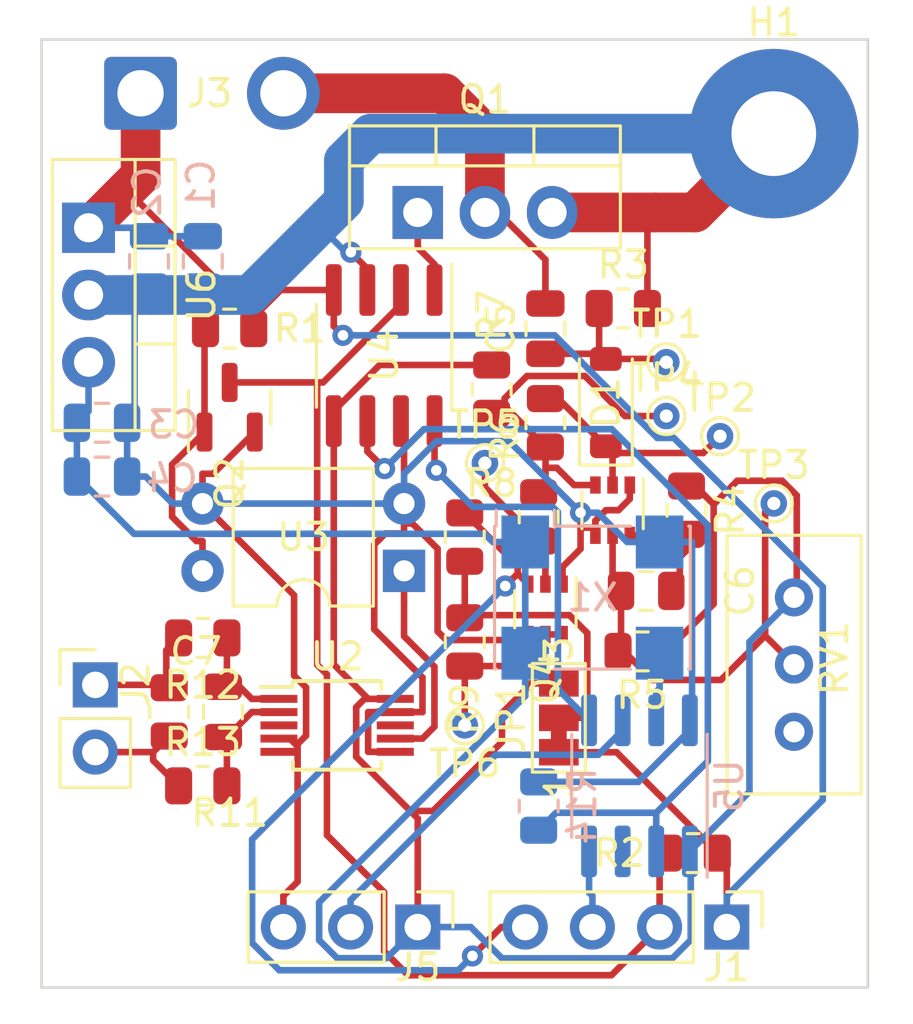
<source format=kicad_pcb>
(kicad_pcb (version 20221018) (generator pcbnew)
  (layers (0 "F.Cu" signal) (31 "B.Cu" signal) (34 "B.Paste" user) (35 "F.Paste" user) (36 "B.SilkS" user "B.Silkscreen") (37 "F.SilkS" user "F.Silkscreen") (38 "B.Mask" user) (39 "F.Mask" user) (44 "Edge.Cuts" user))
  (net 0 "")
  (net 1 "+12V")
  (net 2 "GND")
  (net 3 "+5V")
  (net 4 "Net-(D1-A)")
  (net 5 "/COIL")
  (net 6 "Net-(D1-K)")
  (net 7 "/NE")
  (net 8 "/IGT")
  (net 9 "/IGF")
  (net 10 "/VR_1")
  (net 11 "/VR_2")
  (net 12 "/UPDI")
  (net 13 "/IGBT")
  (net 15 "/SS")
  (net 16 "/IGTO")
  (net 18 "Net-(U5-PA3)")
  (net 19 "Net-(Q3B-B2)")
  (net 20 "Net-(Q3A-C1)")
  (net 21 "Net-(Q2-B)")
  (net 22 "Net-(Q3B-C2)")
  (net 23 "Net-(Q4A-B1)")
  (net 24 "Net-(Q4A-C1)")
  (net 25 "Net-(JP1-C)")
  (net 26 "Net-(U2-IN+)")
  (net 27 "Net-(U2-IN-)")
  (net 29 "Net-(U2-COUT)")
  (footprint "Connector_PinHeader_2.54mm:PinHeader_1x04_P2.54mm_Vertical" (layer "F.Cu") (at 136.652 126.746 -90)
    (fp_text reference "J1")
    (fp_text value "ECU")
  )
  (footprint "TestPoint:TestPoint_THTPad_D1.0mm_Drill0.5mm" (layer "F.Cu") (at 134.366 107.442)
    (fp_text reference "TP4")
    (fp_text value "IGF4")
  )
  (footprint "MountingHole:MountingHole_3.2mm_M3_Pad" (layer "F.Cu") (at 138.43 96.774)
    (fp_text reference "H1")
    (fp_text value "HOUSING")
  )
  (footprint "Resistor_SMD:R_0805_2012Metric" (layer "F.Cu") (at 117.856 104.14 180)
    (fp_text reference "R1")
    (fp_text value "1k")
  )
  (footprint "Resistor_SMD:R_0805_2012Metric" (layer "F.Cu") (at 135.382 123.952 180)
    (fp_text reference "R2")
    (fp_text value "250")
  )
  (footprint "Resistor_SMD:R_0805_2012Metric" (layer "F.Cu") (at 129.794 107.696 -90)
    (fp_text reference "R6")
    (fp_text value "10k")
  )
  (footprint "Resistor_SMD:R_0805_2012Metric" (layer "F.Cu") (at 126.746 115.9745 90)
    (fp_text reference "R9")
    (fp_text value "10k")
  )
  (footprint "Potentiometer_THT:Potentiometer_Bourns_3296W_Vertical" (layer "F.Cu") (at 139.192 114.29 90)
    (fp_text reference "RV1")
    (fp_text value "20k")
  )
  (footprint "Connector_PinHeader_2.54mm:PinHeader_1x02_P2.54mm_Vertical" (layer "F.Cu") (at 112.776 117.597)
    (fp_text reference "J2")
    (fp_text value "DIST")
  )
  (footprint "TestPoint:TestPoint_THTPad_D1.0mm_Drill0.5mm" (layer "F.Cu") (at 136.398 108.204)
    (fp_text reference "TP2")
    (fp_text value "IGF2")
  )
  (footprint "Resistor_SMD:R_0805_2012Metric" (layer "F.Cu") (at 115.57 118.618 -90)
    (fp_text reference "R11")
    (fp_text value "4.7k")
  )
  (footprint "Package_TO_SOT_SMD:SOT-363_SC-70-6" (layer "F.Cu") (at 132.334 110.998 -90)
    (fp_text reference "Q3" hide)
    (fp_text value "MMDT2222A")
  )
  (footprint "Jumper:SolderJumper-3_P1.3mm_Bridged12_Pad1.0x1.5mm_NumberLabels" (layer "F.Cu") (at 130.302 118.842 90)
    (fp_text reference "JP1")
    (fp_text value "IGF_V")
  )
  (footprint "Package_TO_SOT_SMD:SOT-363_SC-70-6" (layer "F.Cu") (at 129.794 114.742 -90)
    (fp_text reference "Q4")
    (fp_text value "MMDT2222A")
  )
  (footprint "Resistor_SMD:R_0805_2012Metric" (layer "F.Cu") (at 126.746 112.014 90)
    (fp_text reference "R10" hide)
    (fp_text value "390")
  )
  (footprint "Resistor_SMD:R_0805_2012Metric" (layer "F.Cu") (at 116.84 115.824)
    (fp_text reference "R12")
    (fp_text value "10k")
  )
  (footprint "Capacitor_SMD:C_0805_2012Metric" (layer "F.Cu") (at 133.604 114.046)
    (fp_text reference "C6")
    (fp_text value "1u")
  )
  (footprint "Resistor_SMD:R_0805_2012Metric" (layer "F.Cu") (at 135.128 110.998 -90)
    (fp_text reference "R4")
    (fp_text value "10k")
  )
  (footprint "Package_TO_SOT_THT:TO-220-3_Vertical" (layer "F.Cu") (at 124.968 99.751)
    (fp_text reference "Q1")
    (fp_text value "ISL9V3040P3")
  )
  (footprint "TestPoint:TestPoint_THTPad_D1.0mm_Drill0.5mm" (layer "F.Cu") (at 134.366 105.41)
    (fp_text reference "TP1")
    (fp_text value "IGF1")
  )
  (footprint "TestPoint:TestPoint_THTPad_D1.0mm_Drill0.5mm" (layer "F.Cu") (at 126.746 119.126 180)
    (fp_text reference "TP6")
    (fp_text value "IGF6")
  )
  (footprint "Capacitor_SMD:C_0805_2012Metric" (layer "F.Cu") (at 129.794 104.14 90)
    (fp_text reference "C5")
    (fp_text value "0.1u 400v")
  )
  (footprint "Connector_PinHeader_2.54mm:PinHeader_1x03_P2.54mm_Vertical" (layer "F.Cu") (at 124.968 126.746 -90)
    (fp_text reference "J5")
    (fp_text value "PROG")
  )
  (footprint "Package_TO_SOT_THT:TO-220-3_Vertical" (layer "F.Cu") (at 112.522 100.33 -90)
    (fp_text reference "U6")
    (fp_text value "LM7805_TO220")
  )
  (footprint "Resistor_SMD:R_0805_2012Metric" (layer "F.Cu") (at 116.84 121.412)
    (fp_text reference "R13")
    (fp_text value "10k")
  )
  (footprint "Diode_SMD:D_SOD-123" (layer "F.Cu") (at 132.08 106.934 90)
    (fp_text reference "D1")
    (fp_text value "1N4148W")
  )
  (footprint "Resistor_SMD:R_0805_2012Metric" (layer "F.Cu") (at 133.4535 116.332 180)
    (fp_text reference "R5")
    (fp_text value "2k")
  )
  (footprint "Package_SO:SOIC-8_3.9x4.9mm_P1.27mm" (layer "F.Cu") (at 123.698 105.156 -90)
    (fp_text reference "U4")
    (fp_text value "ADG419BR")
  )
  (footprint "Package_SO:MSOP-10_3x3mm_P0.5mm" (layer "F.Cu") (at 121.92 119.126)
    (fp_text reference "U2")
    (fp_text value "MAX9924UAUB+T")
  )
  (footprint "Package_DIP:DIP-4_W7.62mm" (layer "F.Cu") (at 124.45 113.289 180)
    (fp_text reference "U3")
    (fp_text value "PC817")
  )
  (footprint "TestPoint:TestPoint_THTPad_D1.0mm_Drill0.5mm" (layer "F.Cu") (at 138.43 110.744)
    (fp_text reference "TP3")
    (fp_text value "IGF3")
  )
  (footprint "Resistor_SMD:R_0805_2012Metric" (layer "F.Cu") (at 129.54 111.252 90)
    (fp_text reference "R8")
    (fp_text value "10k")
  )
  (footprint "TestPoint:TestPoint_THTPad_D1.0mm_Drill0.5mm" (layer "F.Cu") (at 127.508 109.22)
    (fp_text reference "TP5")
    (fp_text value "IGF5")
  )
  (footprint "Connector_Wire:SolderWire-1sqmm_1x02_P5.4mm_D1.4mm_OD2.7mm" (layer "F.Cu") (at 114.488 95.25)
    (fp_text reference "J3")
    (fp_text value "COIL")
  )
  (footprint "Package_TO_SOT_SMD:SOT-23" (layer "F.Cu") (at 117.856 107.1095 90)
    (fp_text reference "Q2")
    (fp_text value "MMBT3904")
  )
  (footprint "Resistor_SMD:R_0805_2012Metric" (layer "F.Cu") (at 132.7385 103.378)
    (fp_text reference "R3")
    (fp_text value "10k")
  )
  (footprint "Resistor_SMD:R_0805_2012Metric" (layer "F.Cu") (at 127.762 106.426 90)
    (fp_text reference "R7")
    (fp_text value "10k")
  )
  (footprint "Capacitor_SMD:C_0805_2012Metric" (layer "F.Cu") (at 117.602 118.618 -90)
    (fp_text reference "C7")
    (fp_text value "1n")
  )
  (footprint "Resistor_SMD:R_0805_2012Metric" (layer "B.Cu") (at 129.54 122.174 90)
    (fp_text reference "R14")
    (fp_text value "10k")
  )
  (footprint "Oscillator:Oscillator_SMD_SeikoEpson_SG8002CA-4Pin_7.0x5.0mm" (layer "B.Cu") (at 131.572 114.3)
    (fp_text reference "X1")
    (fp_text value "SG-7050CCN")
  )
  (footprint "Capacitor_SMD:C_0805_2012Metric" (layer "B.Cu") (at 114.808 101.6 -90)
    (fp_text reference "C2")
    (fp_text value "10u")
  )
  (footprint "Capacitor_SMD:C_0805_2012Metric" (layer "B.Cu") (at 113.03 109.728)
    (fp_text reference "C4")
    (fp_text value "10u")
  )
  (footprint "Capacitor_SMD:C_0805_2012Metric" (layer "B.Cu") (at 113.03 107.696)
    (fp_text reference "C3")
    (fp_text value "1u")
  )
  (footprint "Capacitor_SMD:C_0805_2012Metric" (layer "B.Cu") (at 116.84 101.6 -90)
    (fp_text reference "C1")
    (fp_text value "1u")
  )
  (footprint "Package_SO:SOIC-8_3.9x4.9mm_P1.27mm" (layer "B.Cu") (at 133.35 121.412 90)
    (fp_text reference "U5")
    (fp_text value "ATtiny402-SS")
  )
  (gr_rect (start 110.744 93.218) (end 141.986 129.032) (stroke (width 0.1)) (fill none) (layer "Edge.Cuts"))
  (segment (start 113.9601 98.8919) (end 112.522 100.33) (width 1.5) (layer "F.Cu") (net 1))
  (segment (start 119.7878 102.681) (end 118.7685 103.7003) (width 0.25) (layer "F.Cu") (net 1))
  (segment (start 113.9601 98.8919) (end 118.7685 103.7003) (width 0.25) (layer "F.Cu") (net 1))
  (segment (start 132.4845 120.142) (end 130.302 120.142) (width 0.25) (layer "F.Cu") (net 1))
  (segment (start 136.2945 123.952) (end 136.652 124.3095) (width 0.25) (layer "F.Cu") (net 1))
  (segment (start 136.652 124.3095) (end 136.652 126.746) (width 0.25) (layer "F.Cu") (net 1))
  (segment (start 136.2945 123.952) (end 132.4845 120.142) (width 0.25) (layer "F.Cu") (net 1))
  (segment (start 121.793 102.681) (end 119.7878 102.681) (width 0.25) (layer "F.Cu") (net 1))
  (segment (start 122.1399 104.3939) (end 121.793 104.047) (width 0.25) (layer "F.Cu") (net 1))
  (segment (start 121.793 104.047) (end 121.793 102.681) (width 0.25) (layer "F.Cu") (net 1))
  (segment (start 114.488 98.364) (end 113.9601 98.8919) (width 1.5) (layer "F.Cu") (net 1))
  (segment (start 118.7685 103.7003) (end 118.7685 104.14) (width 0.25) (layer "F.Cu") (net 1))
  (segment (start 114.488 95.25) (end 114.488 98.364) (width 1.5) (layer "F.Cu") (net 1))
  (via (at 122.1399 104.3939) (size 0.8) (drill 0.4) (layers "F.Cu" "B.Cu") (net 1))
  (segment (start 112.522 100.33) (end 114.488 100.33) (width 0.25) (layer "B.Cu") (net 1))
  (segment (start 140.2809 121.9402) (end 140.2809 113.8983) (width 0.25) (layer "B.Cu") (net 1))
  (segment (start 114.488 100.33) (end 114.808 100.65) (width 0.25) (layer "B.Cu") (net 1))
  (segment (start 134.0235 108.2689) (end 130.1485 104.3939) (width 0.25) (layer "B.Cu") (net 1))
  (segment (start 136.652 125.5691) (end 140.2809 121.9402) (width 0.25) (layer "B.Cu") (net 1))
  (segment (start 130.1485 104.3939) (end 122.1399 104.3939) (width 0.25) (layer "B.Cu") (net 1))
  (segment (start 140.2809 113.8983) (end 134.6515 108.2689) (width 0.25) (layer "B.Cu") (net 1))
  (segment (start 134.6515 108.2689) (end 134.0235 108.2689) (width 0.25) (layer "B.Cu") (net 1))
  (segment (start 116.84 100.65) (end 114.808 100.65) (width 0.25) (layer "B.Cu") (net 1))
  (segment (start 136.652 126.746) (end 136.652 125.5691) (width 0.25) (layer "B.Cu") (net 1))
  (segment (start 133.9463 99.751) (end 133.651 100.0463) (width 0.25) (layer "F.Cu") (net 2))
  (segment (start 120.2335 120.126) (end 120.22 120.126) (width 0.25) (layer "F.Cu") (net 2))
  (segment (start 120.1768 119.626) (end 120.40515 119.85435) (width 0.25) (layer "F.Cu") (net 2))
  (segment (start 120.40515 119.85435) (end 120.7469 119.5126) (width 0.25) (layer "F.Cu") (net 2))
  (segment (start 123.3231 115.4965) (end 125.1469 117.3203) (width 0.25) (layer "F.Cu") (net 2))
  (segment (start 131.1232 111.6564) (end 131.684 111.6564) (width 0.25) (layer "F.Cu") (net 2))
  (segment (start 124.12 118.626) (end 123.0931 118.626) (width 0.25) (layer "F.Cu") (net 2))
  (segment (start 120.426 120.126) (end 120.426 125.0311) (width 0.25) (layer "F.Cu") (net 2))
  (segment (start 130.048 99.751) (end 133.9463 99.751) (width 1.5) (layer "F.Cu") (net 2))
  (segment (start 133.9463 99.751) (end 135.453 99.751) (width 1.5) (layer "F.Cu") (net 2))
  (segment (start 119.72 119.626) (end 120.1768 119.626) (width 0.25) (layer "F.Cu") (net 2))
  (segment (start 123.0931 118.626) (end 123.0931 120.126) (width 0.25) (layer "F.Cu") (net 2))
  (segment (start 124.333 107.631) (end 124.45 107.748) (width 0.25) (layer "F.Cu") (net 2))
  (segment (start 124.45 111.5002) (end 124.45 111.8759) (width 0.25) (layer "F.Cu") (net 2))
  (segment (start 116.83 109.6221) (end 117.2309 109.6221) (width 0.25) (layer "F.Cu") (net 2))
  (segment (start 131.1232 112.4609) (end 131.1232 111.6564) (width 0.25) (layer "F.Cu") (net 2))
  (segment (start 128.9333 115.9027) (end 126.0454 115.9027) (width 0.25) (layer "F.Cu") (net 2))
  (segment (start 120.426 125.0311) (end 119.888 125.5691) (width 0.25) (layer "F.Cu") (net 2))
  (segment (start 124.7643 111.5002) (end 124.45 111.5002) (width 0.25) (layer "F.Cu") (net 2))
  (segment (start 125.1469 117.3203) (end 125.1469 118.626) (width 0.25) (layer "F.Cu") (net 2))
  (segment (start 124.45 111.8759) (end 123.7456 111.8759) (width 0.25) (layer "F.Cu") (net 2))
  (segment (start 131.684 111.948) (end 131.684 111.6564) (width 0.25) (layer "F.Cu") (net 2))
  (segment (start 124.12 120.126) (end 123.0931 120.126) (width 0.25) (layer "F.Cu") (net 2))
  (segment (start 119.72 120.126) (end 120.22 120.126) (width 0.25) (layer "F.Cu") (net 2))
  (segment (start 131.684 111.394) (end 131.684 111.6564) (width 0.25) (layer "F.Cu") (net 2))
  (segment (start 131.1232 111.6564) (end 131.1232 111.0924) (width 0.25) (layer "F.Cu") (net 2))
  (segment (start 129.144 115.692) (end 128.9333 115.9027) (width 0.25) (layer "F.Cu") (net 2))
  (segment (start 120.2335 120.126) (end 120.426 120.126) (width 0.25) (layer "F.Cu") (net 2))
  (segment (start 124.12 118.626) (end 125.1469 118.626) (width 0.25) (layer "F.Cu") (net 2))
  (segment (start 125.7181 112.454) (end 124.7643 111.5002) (width 0.25) (layer "F.Cu") (net 2))
  (segment (start 124.45 110.749) (end 124.45 111.5002) (width 0.25) (layer "F.Cu") (net 2))
  (segment (start 120.2935 114.2125) (end 116.83 110.749) (width 0.25) (layer "F.Cu") (net 2))
  (segment (start 132.984 110.048) (end 132.984 110.573) (width 0.25) (layer "F.Cu") (net 2))
  (segment (start 125.7181 115.5754) (end 125.7181 112.454) (width 0.25) (layer "F.Cu") (net 2))
  (segment (start 132.08 110.998) (end 131.684 111.394) (width 0.25) (layer "F.Cu") (net 2))
  (segment (start 124.45 107.748) (end 124.45 110.749) (width 0.25) (layer "F.Cu") (net 2))
  (segment (start 130.444 113.1401) (end 131.1232 112.4609) (width 0.25) (layer "F.Cu") (net 2))
  (segment (start 133.651 100.0463) (end 133.651 103.378) (width 0.25) (layer "F.Cu") (net 2))
  (segment (start 120.7469 119.5126) (end 120.7469 117.6985) (width 0.25) (layer "F.Cu") (net 2))
  (segment (start 126.0454 115.9027) (end 125.7181 115.5754) (width 0.25) (layer "F.Cu") (net 2))
  (segment (start 132.984 110.573) (end 132.559 110.998) (width 0.25) (layer "F.Cu") (net 2))
  (segment (start 120.2935 117.2451) (end 120.2935 114.2125) (width 0.25) (layer "F.Cu") (net 2))
  (segment (start 120.1768 119.6688) (end 120.426 119.918) (width 0.25) (layer "F.Cu") (net 2))
  (segment (start 120.7469 117.6985) (end 120.2935 117.2451) (width 0.25) (layer "F.Cu") (net 2))
  (segment (start 132.559 110.998) (end 132.08 110.998) (width 0.25) (layer "F.Cu") (net 2))
  (segment (start 120.426 119.918) (end 120.426 120.126) (width 0.25) (layer "F.Cu") (net 2))
  (segment (start 119.888 126.746) (end 119.888 125.5691) (width 0.25) (layer "F.Cu") (net 2))
  (segment (start 123.3231 112.2984) (end 123.3231 115.4965) (width 0.25) (layer "F.Cu") (net 2))
  (segment (start 116.83 110.749) (end 116.83 109.6221) (width 0.25) (layer "F.Cu") (net 2))
  (segment (start 120.1768 119.626) (end 120.1768 119.6688) (width 0.25) (layer "F.Cu") (net 2))
  (segment (start 123.063 102.681) (end 123.063 101.8779) (width 0.25) (layer "F.Cu") (net 2))
  (segment (start 117.2309 109.6221) (end 118.806 108.047) (width 0.25) (layer "F.Cu") (net 2))
  (segment (start 130.444 113.792) (end 130.444 113.1401) (width 0.25) (layer "F.Cu") (net 2))
  (segment (start 123.063 101.8779) (end 122.4392 101.2541) (width 0.25) (layer "F.Cu") (net 2))
  (segment (start 135.453 99.751) (end 138.43 96.774) (width 1.5) (layer "F.Cu") (net 2))
  (segment (start 123.7456 111.8759) (end 123.3231 112.2984) (width 0.25) (layer "F.Cu") (net 2))
  (via (at 122.4392 101.2541) (size 0.8) (drill 0.4) (layers "F.Cu" "B.Cu") (net 2))
  (via (at 131.1232 111.0924) (size 0.8) (drill 0.4) (layers "F.Cu" "B.Cu") (net 2))
  (segment (start 131.1232 111.0924) (end 128.4204 108.3896) (width 0.25) (layer "B.Cu") (net 2))
  (segment (start 116.7597 102.87) (end 116.84 102.7897) (width 0.25) (layer "B.Cu") (net 2))
  (segment (start 122.2473 101.2541) (end 122.4392 101.2541) (width 0.25) (layer "B.Cu") (net 2))
  (segment (start 116.84 102.7897) (end 116.84 102.55) (width 0.25) (layer "B.Cu") (net 2))
  (segment (start 135.255 118.937) (end 135.255 119.313751) (width 0.25) (layer "B.Cu") (net 2))
  (segment (start 114.2619 107.4141) (end 113.98 107.696) (width 0.25) (layer "B.Cu") (net 2))
  (segment (start 135.255 119.313751) (end 133.307251 121.2615) (width 0.25) (layer "B.Cu") (net 2))
  (segment (start 121.2406 100.2474) (end 122.174 99.314) (width 1.5) (layer "B.Cu") (net 2))
  (segment (start 123.19 96.774) (end 138.43 96.774) (width 1.5) (layer "B.Cu") (net 2))
  (segment (start 116.83 110.749) (end 124.45 110.749) (width 0.25) (layer "B.Cu") (net 2))
  (segment (start 114.9014 102.87) (end 114.808 102.7766) (width 0.25) (layer "B.Cu") (net 2))
  (segment (start 128.4204 108.3896) (end 125.6825 108.3896) (width 0.25) (layer "B.Cu") (net 2))
  (segment (start 122.174 97.79) (end 123.19 96.774) (width 1.5) (layer "B.Cu") (net 2))
  (segment (start 114.808 102.7766) (end 114.808 102.55) (width 0.25) (layer "B.Cu") (net 2))
  (segment (start 116.83 110.749) (end 115.7031 110.749) (width 0.25) (layer "B.Cu") (net 2))
  (segment (start 131.1232 111.0924) (end 131.7775 111.0924) (width 0.25) (layer "B.Cu") (net 2))
  (segment (start 114.9014 102.87) (end 116.7597 102.87) (width 1.5) (layer "B.Cu") (net 2))
  (segment (start 114.2619 102.87) (end 114.2619 107.4141) (width 0.25) (layer "B.Cu") (net 2))
  (segment (start 133.307251 121.2615) (end 129.54 121.2615) (width 0.25) (layer "B.Cu") (net 2))
  (segment (start 124.45 110.749) (end 124.45 109.6221) (width 0.25) (layer "B.Cu") (net 2))
  (segment (start 115.7031 110.749) (end 114.6821 109.728) (width 0.25) (layer "B.Cu") (net 2))
  (segment (start 113.98 107.696) (end 113.98 109.728) (width 0.25) (layer "B.Cu") (net 2))
  (segment (start 114.2619 102.87) (end 114.9014 102.87) (width 1.5) (layer "B.Cu") (net 2))
  (segment (start 122.174 99.314) (end 122.174 97.79) (width 1.5) (layer "B.Cu") (net 2))
  (segment (start 116.7597 102.87) (end 118.618 102.87) (width 1.5) (layer "B.Cu") (net 2))
  (segment (start 121.2406 100.2474) (end 122.2473 101.2541) (width 0.25) (layer "B.Cu") (net 2))
  (segment (start 135.255 118.937) (end 135.3389 118.8531) (width 0.25) (layer "B.Cu") (net 2))
  (segment (start 135.3389 118.8531) (end 135.3389 112.2) (width 0.25) (layer "B.Cu") (net 2))
  (segment (start 112.522 102.87) (end 114.2619 102.87) (width 1.5) (layer "B.Cu") (net 2))
  (segment (start 125.6825 108.3896) (end 124.45 109.6221) (width 0.25) (layer "B.Cu") (net 2))
  (segment (start 114.6821 109.728) (end 113.98 109.728) (width 0.25) (layer "B.Cu") (net 2))
  (segment (start 134.112 112.2) (end 135.3389 112.2) (width 0.25) (layer "B.Cu") (net 2))
  (segment (start 131.7775 111.0924) (end 132.8851 112.2) (width 0.25) (layer "B.Cu") (net 2))
  (segment (start 134.112 112.2) (end 132.8851 112.2) (width 0.25) (layer "B.Cu") (net 2))
  (segment (start 118.618 102.87) (end 121.2406 100.2474) (width 1.5) (layer "B.Cu") (net 2))
  (segment (start 136.1559 110.7796) (end 135.4618 110.0855) (width 0.25) (layer "F.Cu") (net 3))
  (segment (start 124.968 126.746) (end 124.968 126.1575) (width 0.25) (layer "F.Cu") (net 3))
  (segment (start 122.6412 118.4388) (end 122.954 118.126) (width 0.25) (layer "F.Cu") (net 3))
  (segment (start 124.685 122.3589) (end 122.6412 120.3152) (width 0.25) (layer "F.Cu") (net 3))
  (segment (start 125.5451 122.3589) (end 128.1535 119.7505) (width 0.25) (layer "F.Cu") (net 3))
  (segment (start 128.1535 118.6607) (end 129.2251 117.5891) (width 0.25) (layer "F.Cu") (net 3))
  (segment (start 124.12 118.126) (end 123.0931 118.126) (width 0.25) (layer "F.Cu") (net 3))
  (segment (start 121.793 116.8237) (end 121.793 107.631) (width 0.25) (layer "F.Cu") (net 3))
  (segment (start 129.2251 117.542) (end 130.302 117.542) (width 0.25) (layer "F.Cu") (net 3))
  (segment (start 124.685 122.3589) (end 125.5451 122.3589) (width 0.25) (layer "F.Cu") (net 3))
  (segment (start 123.0931 118.126) (end 123.0931 118.1238) (width 0.25) (layer "F.Cu") (net 3))
  (segment (start 124.968 122.642) (end 124.968 126.1575) (width 0.25) (layer "F.Cu") (net 3))
  (segment (start 129.2251 117.5891) (end 129.2251 117.542) (width 0.25) (layer "F.Cu") (net 3))
  (segment (start 134.366 116.332) (end 136.1559 114.5421) (width 0.25) (layer "F.Cu") (net 3))
  (segment (start 123.0931 118.1238) (end 121.793 116.8237) (width 0.25) (layer "F.Cu") (net 3))
  (segment (start 137.0493 109.8862) (end 136.1559 110.7796) (width 0.25) (layer "F.Cu") (net 3))
  (segment (start 139.2974 110.4374) (end 138.7462 109.8862) (width 0.25) (layer "F.Cu") (net 3))
  (segment (start 128.1535 119.7505) (end 128.1535 118.6607) (width 0.25) (layer "F.Cu") (net 3))
  (segment (start 139.2974 114.1846) (end 139.2974 110.4374) (width 0.25) (layer "F.Cu") (net 3))
  (segment (start 139.192 114.29) (end 139.2974 114.1846) (width 0.25) (layer "F.Cu") (net 3))
  (segment (start 122.6412 120.3152) (end 122.6412 118.4388) (width 0.25) (layer "F.Cu") (net 3))
  (segment (start 123.5271 105.5135) (end 127.762 105.5135) (width 0.25) (layer "F.Cu") (net 3))
  (segment (start 136.1559 114.5421) (end 136.1559 110.7796) (width 0.25) (layer "F.Cu") (net 3))
  (segment (start 121.793 107.631) (end 121.793 107.2476) (width 0.25) (layer "F.Cu") (net 3))
  (segment (start 138.7462 109.8862) (end 137.0493 109.8862) (width 0.25) (layer "F.Cu") (net 3))
  (segment (start 124.685 122.3589) (end 124.968 122.642) (width 0.25) (layer "F.Cu") (net 3))
  (segment (start 135.4618 110.0855) (end 135.128 110.0855) (width 0.25) (layer "F.Cu") (net 3))
  (segment (start 122.954 118.126) (end 123.0931 118.126) (width 0.25) (layer "F.Cu") (net 3))
  (segment (start 121.793 107.2476) (end 123.5271 105.5135) (width 0.25) (layer "F.Cu") (net 3))
  (segment (start 135.2889 123.9209) (end 135.2889 127.2335) (width 0.25) (layer "B.Cu") (net 3))
  (segment (start 127.8051 112.2) (end 127.4953 111.8902) (width 0.25) (layer "B.Cu") (net 3))
  (segment (start 129.032 118.0213) (end 129.032 117.7269) (width 0.25) (layer "B.Cu") (net 3))
  (segment (start 137.5084 115.9736) (end 137.5084 121.6336) (width 0.25) (layer "B.Cu") (net 3))
  (segment (start 112.522 107.254) (end 112.522 105.41) (width 0.25) (layer "B.Cu") (net 3))
  (segment (start 139.192 114.29) (end 137.5084 115.9736) (width 0.25) (layer "B.Cu") (net 3))
  (segment (start 112.08 107.696) (end 112.08 109.728) (width 0.25) (layer "B.Cu") (net 3))
  (segment (start 124.968 126.746) (end 123.7905 127.9235) (width 0.25) (layer "B.Cu") (net 3))
  (segment (start 121.2409 127.24) (end 121.2409 125.8124) (width 0.25) (layer "B.Cu") (net 3))
  (segment (start 114.2422 111.8902) (end 112.08 109.728) (width 0.25) (layer "B.Cu") (net 3))
  (segment (start 135.2889 127.2335) (end 134.5956 127.9268) (width 0.25) (layer "B.Cu") (net 3))
  (segment (start 112.08 107.696) (end 112.522 107.254) (width 0.25) (layer "B.Cu") (net 3))
  (segment (start 128.1532 127.9268) (end 126.9724 126.746) (width 0.25) (layer "B.Cu") (net 3))
  (segment (start 127.4953 111.8902) (end 114.2422 111.8902) (width 0.25) (layer "B.Cu") (net 3))
  (segment (start 124.968 126.746) (end 126.1449 126.746) (width 0.25) (layer "B.Cu") (net 3))
  (segment (start 135.255 123.887) (end 135.2889 123.9209) (width 0.25) (layer "B.Cu") (net 3))
  (segment (start 129.032 116.4) (end 129.032 117.7269) (width 0.25) (layer "B.Cu") (net 3))
  (segment (start 129.032 112.2) (end 127.8051 112.2) (width 0.25) (layer "B.Cu") (net 3))
  (segment (start 126.9724 126.746) (end 126.1449 126.746) (width 0.25) (layer "B.Cu") (net 3))
  (segment (start 137.5084 121.6336) (end 135.255 123.887) (width 0.25) (layer "B.Cu") (net 3))
  (segment (start 123.7905 127.9235) (end 121.9244 127.9235) (width 0.25) (layer "B.Cu") (net 3))
  (segment (start 134.5956 127.9268) (end 128.1532 127.9268) (width 0.25) (layer "B.Cu") (net 3))
  (segment (start 121.9244 127.9235) (end 121.2409 127.24) (width 0.25) (layer "B.Cu") (net 3))
  (segment (start 129.032 112.2) (end 129.032 116.4) (width 0.25) (layer "B.Cu") (net 3))
  (segment (start 121.2409 125.8124) (end 129.032 118.0213) (width 0.25) (layer "B.Cu") (net 3))
  (segment (start 131.886 105.09) (end 131.826 105.09) (width 0.25) (layer "F.Cu") (net 4))
  (segment (start 132.08 105.284) (end 131.886 105.09) (width 0.25) (layer "F.Cu") (net 4))
  (segment (start 131.826 103.378) (end 131.826 105.09) (width 0.25) (layer "F.Cu") (net 4))
  (segment (start 132.08 105.284) (end 134.24 105.284) (width 0.25) (layer "F.Cu") (net 4))
  (segment (start 134.24 105.284) (end 134.366 105.41) (width 0.25) (layer "F.Cu") (net 4))
  (segment (start 131.826 105.09) (end 129.794 105.09) (width 0.25) (layer "F.Cu") (net 4))
  (segment (start 127.508 96.774) (end 127.508 99.249) (width 1.5) (layer "F.Cu") (net 5))
  (segment (start 119.888 95.25) (end 125.984 95.25) (width 1.5) (layer "F.Cu") (net 5))
  (segment (start 127.508 99.249) (end 129.794 101.535) (width 0.25) (layer "F.Cu") (net 5))
  (segment (start 127.508 99.249) (end 127.508 99.751) (width 1.5) (layer "F.Cu") (net 5))
  (segment (start 125.984 95.25) (end 127.508 96.774) (width 1.5) (layer "F.Cu") (net 5))
  (segment (start 129.794 101.535) (end 129.794 103.19) (width 0.25) (layer "F.Cu") (net 5))
  (segment (start 132.08 108.584) (end 130.2795 106.7835) (width 0.25) (layer "F.Cu") (net 6))
  (segment (start 135.764 108.838) (end 132.334 108.838) (width 0.25) (layer "F.Cu") (net 6))
  (segment (start 136.398 108.204) (end 135.764 108.838) (width 0.25) (layer "F.Cu") (net 6))
  (segment (start 132.334 110.048) (end 132.334 108.838) (width 0.25) (layer "F.Cu") (net 6))
  (segment (start 130.2795 106.7835) (end 129.794 106.7835) (width 0.25) (layer "F.Cu") (net 6))
  (segment (start 132.334 108.838) (end 132.08 108.584) (width 0.25) (layer "F.Cu") (net 6))
  (segment (start 134.4695 123.952) (end 134.112 124.3095) (width 0.25) (layer "F.Cu") (net 7))
  (segment (start 124.333 103.2288) (end 124.333 102.681) (width 0.25) (layer "F.Cu") (net 7))
  (segment (start 117.856 106.172) (end 121.1653 106.172) (width 0.25) (layer "F.Cu") (net 7))
  (segment (start 123.698 125.4322) (end 121.5348 123.269) (width 0.25) (layer "F.Cu") (net 7))
  (segment (start 121.1653 116.8351) (end 121.1653 106.172) (width 0.25) (layer "F.Cu") (net 7))
  (segment (start 121.5348 117.2046) (end 121.1653 116.8351) (width 0.25) (layer "F.Cu") (net 7))
  (segment (start 121.3898 106.172) (end 124.333 103.2288) (width 0.25) (layer "F.Cu") (net 7))
  (segment (start 134.112 124.3095) (end 134.112 126.746) (width 0.25) (layer "F.Cu") (net 7))
  (segment (start 123.698 127.6598) (end 123.698 125.4322) (width 0.25) (layer "F.Cu") (net 7))
  (segment (start 134.112 126.746) (end 132.2927 128.5653) (width 0.25) (layer "F.Cu") (net 7))
  (segment (start 121.5348 123.269) (end 121.5348 117.2046) (width 0.25) (layer "F.Cu") (net 7))
  (segment (start 121.1653 106.172) (end 121.3898 106.172) (width 0.25) (layer "F.Cu") (net 7))
  (segment (start 132.2927 128.5653) (end 124.6035 128.5653) (width 0.25) (layer "F.Cu") (net 7))
  (segment (start 124.6035 128.5653) (end 123.698 127.6598) (width 0.25) (layer "F.Cu") (net 7))
  (segment (start 131.445 123.887) (end 131.445 125.4421) (width 0.25) (layer "B.Cu") (net 8))
  (segment (start 131.572 126.746) (end 131.572 125.5691) (width 0.25) (layer "B.Cu") (net 8))
  (segment (start 131.445 125.4421) (end 131.572 125.5691) (width 0.25) (layer "B.Cu") (net 8))
  (segment (start 128.7461 113.3941) (end 129.144 113.792) (width 0.25) (layer "F.Cu") (net 9))
  (segment (start 128.2774 113.8628) (end 128.7461 113.3941) (width 0.25) (layer "F.Cu") (net 9))
  (segment (start 128.1292 126.746) (end 127.0368 127.8384) (width 0.25) (layer "F.Cu") (net 9))
  (segment (start 129.032 126.746) (end 128.1292 126.746) (width 0.25) (layer "F.Cu") (net 9))
  (segment (start 128.7461 113.1016) (end 126.746 111.1015) (width 0.25) (layer "F.Cu") (net 9))
  (segment (start 128.7461 113.3941) (end 128.7461 113.1016) (width 0.25) (layer "F.Cu") (net 9))
  (via (at 127.0368 127.8384) (size 0.8) (drill 0.4) (layers "F.Cu" "B.Cu") (net 9))
  (via (at 128.2774 113.8628) (size 0.8) (drill 0.4) (layers "F.Cu" "B.Cu") (net 9))
  (segment (start 126.498 128.3772) (end 119.7354 128.3772) (width 0.25) (layer "B.Cu") (net 9))
  (segment (start 118.7059 123.4343) (end 128.2774 113.8628) (width 0.25) (layer "B.Cu") (net 9))
  (segment (start 119.7354 128.3772) (end 118.7059 127.3477) (width 0.25) (layer "B.Cu") (net 9))
  (segment (start 118.7059 127.3477) (end 118.7059 123.4343) (width 0.25) (layer "B.Cu") (net 9))
  (segment (start 127.0368 127.8384) (end 126.498 128.3772) (width 0.25) (layer "B.Cu") (net 9))
  (segment (start 115.9275 115.824) (end 115.4615 116.29) (width 0.25) (layer "F.Cu") (net 10))
  (segment (start 115.4615 117.597) (end 115.57 117.7055) (width 0.25) (layer "F.Cu") (net 10))
  (segment (start 112.776 117.597) (end 115.4615 117.597) (width 0.25) (layer "F.Cu") (net 10))
  (segment (start 115.4615 116.29) (end 115.4615 117.597) (width 0.25) (layer "F.Cu") (net 10))
  (segment (start 114.9635 120.448) (end 114.9635 120.137) (width 0.25) (layer "F.Cu") (net 11))
  (segment (start 112.776 120.137) (end 114.9635 120.137) (width 0.25) (layer "F.Cu") (net 11))
  (segment (start 115.9275 121.412) (end 114.9635 120.448) (width 0.25) (layer "F.Cu") (net 11))
  (segment (start 114.9635 120.137) (end 115.57 119.5305) (width 0.25) (layer "F.Cu") (net 11))
  (segment (start 122.428 125.73) (end 122.428 126.746) (width 0.25) (layer "B.Cu") (net 12))
  (segment (start 132.715 119.313751) (end 131.791751 120.237) (width 0.25) (layer "B.Cu") (net 12))
  (segment (start 131.791751 120.237) (end 127.921 120.237) (width 0.25) (layer "B.Cu") (net 12))
  (segment (start 132.715 118.937) (end 132.715 119.313751) (width 0.25) (layer "B.Cu") (net 12))
  (segment (start 127.921 120.237) (end 122.428 125.73) (width 0.25) (layer "B.Cu") (net 12))
  (segment (start 125.603 101.7129) (end 124.968 101.0779) (width 0.25) (layer "F.Cu") (net 13))
  (segment (start 125.603 102.681) (end 125.603 101.7129) (width 0.25) (layer "F.Cu") (net 13))
  (segment (start 124.968 99.751) (end 124.968 101.0779) (width 0.25) (layer "F.Cu") (net 13))
  (segment (start 123.063 107.631) (end 123.063 108.777) (width 0.25) (layer "F.Cu") (net 15))
  (segment (start 123.063 108.777) (end 123.7128 109.4268) (width 0.25) (layer "F.Cu") (net 15))
  (via (at 123.7128 109.4268) (size 0.8) (drill 0.4) (layers "F.Cu" "B.Cu") (net 15))
  (segment (start 133.985 123.887) (end 133.985 122.428) (width 0.25) (layer "B.Cu") (net 15))
  (segment (start 133.985 122.428) (end 130.1985 122.428) (width 0.25) (layer "B.Cu") (net 15))
  (segment (start 125.2019 107.9377) (end 123.7128 109.4268) (width 0.25) (layer "B.Cu") (net 15))
  (segment (start 130.1985 122.428) (end 129.54 123.0865) (width 0.25) (layer "B.Cu") (net 15))
  (segment (start 135.9366 120.4764) (end 135.9366 111.5689) (width 0.25) (layer "B.Cu") (net 15))
  (segment (start 133.985 122.428) (end 135.9366 120.4764) (width 0.25) (layer "B.Cu") (net 15))
  (segment (start 135.9366 111.5689) (end 132.3054 107.9377) (width 0.25) (layer "B.Cu") (net 15))
  (segment (start 132.3054 107.9377) (end 125.2019 107.9377) (width 0.25) (layer "B.Cu") (net 15))
  (segment (start 125.603 109.4245) (end 125.6713 109.4928) (width 0.25) (layer "F.Cu") (net 16))
  (segment (start 125.603 107.631) (end 125.603 109.4245) (width 0.25) (layer "F.Cu") (net 16))
  (via (at 125.6713 109.4928) (size 0.8) (drill 0.4) (layers "F.Cu" "B.Cu") (net 16))
  (segment (start 130.2669 111.0726) (end 130.0674 110.8731) (width 0.25) (layer "B.Cu") (net 16))
  (segment (start 131.445 118.937) (end 130.2669 117.7589) (width 0.25) (layer "B.Cu") (net 16))
  (segment (start 130.0674 110.8731) (end 127.0516 110.8731) (width 0.25) (layer "B.Cu") (net 16))
  (segment (start 130.2669 117.7589) (end 130.2669 111.0726) (width 0.25) (layer "B.Cu") (net 16))
  (segment (start 127.0516 110.8731) (end 125.6713 109.4928) (width 0.25) (layer "B.Cu") (net 16))
  (segment (start 134.112 116.4) (end 134.112 117.7269) (width 0.25) (layer "B.Cu") (net 18))
  (segment (start 133.985 117.8539) (end 134.112 117.7269) (width 0.25) (layer "B.Cu") (net 18))
  (segment (start 133.985 118.937) (end 133.985 117.8539) (width 0.25) (layer "B.Cu") (net 18))
  (segment (start 132.654 114.046) (end 132.334 113.726) (width 0.25) (layer "F.Cu") (net 19))
  (segment (start 132.334 113.726) (end 132.334 111.948) (width 0.25) (layer "F.Cu") (net 19))
  (segment (start 132.541 116.332) (end 132.654 116.219) (width 0.25) (layer "F.Cu") (net 19))
  (segment (start 136.4323 117.4105) (end 138.1024 115.7404) (width 0.25) (layer "F.Cu") (net 19))
  (segment (start 139.192 116.83) (end 138.1024 115.7404) (width 0.25) (layer "F.Cu") (net 19))
  (segment (start 138.1024 111.0716) (end 138.43 110.744) (width 0.25) (layer "F.Cu") (net 19))
  (segment (start 132.654 116.219) (end 133.8455 117.4105) (width 0.25) (layer "F.Cu") (net 19))
  (segment (start 133.8455 117.4105) (end 136.4323 117.4105) (width 0.25) (layer "F.Cu") (net 19))
  (segment (start 132.654 116.219) (end 132.654 114.046) (width 0.25) (layer "F.Cu") (net 19))
  (segment (start 138.1024 115.7404) (end 138.1024 111.0716) (width 0.25) (layer "F.Cu") (net 19))
  (segment (start 133.284 111.948) (end 134.366 113.03) (width 0.25) (layer "F.Cu") (net 20))
  (segment (start 134.874 112.776) (end 135.128 112.522) (width 0.25) (layer "F.Cu") (net 20))
  (segment (start 134.874 113.03) (end 134.874 113.726) (width 0.25) (layer "F.Cu") (net 20))
  (segment (start 134.366 113.03) (end 134.874 113.03) (width 0.25) (layer "F.Cu") (net 20))
  (segment (start 132.984 111.948) (end 133.284 111.948) (width 0.25) (layer "F.Cu") (net 20))
  (segment (start 134.874 113.726) (end 134.554 114.046) (width 0.25) (layer "F.Cu") (net 20))
  (segment (start 134.874 113.03) (end 134.874 112.776) (width 0.25) (layer "F.Cu") (net 20))
  (segment (start 135.128 112.522) (end 135.128 111.9105) (width 0.25) (layer "F.Cu") (net 20))
  (segment (start 116.83 113.289) (end 116.83 112.1621) (width 0.25) (layer "F.Cu") (net 21))
  (segment (start 115.6806 109.2724) (end 115.6806 111.2462) (width 0.25) (layer "F.Cu") (net 21))
  (segment (start 115.6806 111.2462) (end 116.5965 112.1621) (width 0.25) (layer "F.Cu") (net 21))
  (segment (start 116.906 108.047) (end 116.906 104.1775) (width 0.25) (layer "F.Cu") (net 21))
  (segment (start 116.906 108.047) (end 115.6806 109.2724) (width 0.25) (layer "F.Cu") (net 21))
  (segment (start 116.906 104.1775) (end 116.9435 104.14) (width 0.25) (layer "F.Cu") (net 21))
  (segment (start 116.5965 112.1621) (end 116.83 112.1621) (width 0.25) (layer "F.Cu") (net 21))
  (segment (start 129.794 108.6085) (end 129.7997 108.6142) (width 0.25) (layer "F.Cu") (net 22))
  (segment (start 131.2913 105.9305) (end 129.0962 105.9305) (width 0.25) (layer "F.Cu") (net 22))
  (segment (start 128.0311 107.0694) (end 127.762 107.3385) (width 0.25) (layer "F.Cu") (net 22))
  (segment (start 129.7997 110.0798) (end 129.54 110.3395) (width 0.25) (layer "F.Cu") (net 22))
  (segment (start 128.2549 107.0694) (end 128.0311 107.0694) (width 0.25) (layer "F.Cu") (net 22))
  (segment (start 131.684 110.048) (end 130.876 110.048) (width 0.25) (layer "F.Cu") (net 22))
  (segment (start 130.876 110.048) (end 130.2241 109.3961) (width 0.25) (layer "F.Cu") (net 22))
  (segment (start 128.2549 106.7718) (end 128.2549 107.0694) (width 0.25) (layer "F.Cu") (net 22))
  (segment (start 134.366 107.442) (end 132.8028 107.442) (width 0.25) (layer "F.Cu") (net 22))
  (segment (start 130.2241 109.3961) (end 129.7997 109.3961) (width 0.25) (layer "F.Cu") (net 22))
  (segment (start 129.7997 109.3961) (end 129.7997 110.0798) (width 0.25) (layer "F.Cu") (net 22))
  (segment (start 128.2549 107.0694) (end 129.794 108.6085) (width 0.25) (layer "F.Cu") (net 22))
  (segment (start 132.8028 107.442) (end 131.2913 105.9305) (width 0.25) (layer "F.Cu") (net 22))
  (segment (start 129.7997 108.6142) (end 129.7997 109.3961) (width 0.25) (layer "F.Cu") (net 22))
  (segment (start 129.0962 105.9305) (end 128.2549 106.7718) (width 0.25) (layer "F.Cu") (net 22))
  (segment (start 127.508 110.1325) (end 127.508 109.22) (width 0.25) (layer "F.Cu") (net 23))
  (segment (start 129.794 113.792) (end 129.794 112.4185) (width 0.25) (layer "F.Cu") (net 23))
  (segment (start 129.54 112.1645) (end 127.508 110.1325) (width 0.25) (layer "F.Cu") (net 23))
  (segment (start 129.794 112.4185) (end 129.54 112.1645) (width 0.25) (layer "F.Cu") (net 23))
  (segment (start 129.227 116.887) (end 126.746 116.887) (width 0.25) (layer "F.Cu") (net 24))
  (segment (start 129.7701 116.3439) (end 129.227 116.887) (width 0.25) (layer "F.Cu") (net 24))
  (segment (start 129.794 116.3439) (end 129.7701 116.3439) (width 0.25) (layer "F.Cu") (net 24))
  (segment (start 129.794 115.692) (end 129.794 116.3439) (width 0.25) (layer "F.Cu") (net 24))
  (segment (start 130.444 115.692) (end 129.794 115.692) (width 0.25) (layer "F.Cu") (net 24))
  (segment (start 126.746 116.887) (end 126.746 119.126) (width 0.25) (layer "F.Cu") (net 24))
  (segment (start 130.302 118.842) (end 131.3789 118.842) (width 0.25) (layer "F.Cu") (net 25))
  (segment (start 126.746 114.9638) (end 126.746 115.062) (width 0.25) (layer "F.Cu") (net 25))
  (segment (start 131.3789 115.6396) (end 131.3789 118.842) (width 0.25) (layer "F.Cu") (net 25))
  (segment (start 126.746 112.9265) (end 126.746 114.9638) (width 0.25) (layer "F.Cu") (net 25))
  (segment (start 126.746 114.9638) (end 130.7031 114.9638) (width 0.25) (layer "F.Cu") (net 25))
  (segment (start 130.7031 114.9638) (end 131.3789 115.6396) (width 0.25) (layer "F.Cu") (net 25))
  (segment (start 117.7525 117.5927) (end 118.1598 117.5927) (width 0.25) (layer "F.Cu") (net 26))
  (segment (start 119.72 118.126) (end 118.6931 118.126) (width 0.25) (layer "F.Cu") (net 26))
  (segment (start 117.6773 117.5927) (end 117.7525 117.5927) (width 0.25) (layer "F.Cu") (net 26))
  (segment (start 117.602 117.668) (end 117.6773 117.5927) (width 0.25) (layer "F.Cu") (net 26))
  (segment (start 118.1598 117.5927) (end 118.6931 118.126) (width 0.25) (layer "F.Cu") (net 26))
  (segment (start 117.7525 117.5927) (end 117.7525 115.824) (width 0.25) (layer "F.Cu") (net 26))
  (segment (start 118.6931 118.626) (end 117.6766 119.6425) (width 0.25) (layer "F.Cu") (net 27))
  (segment (start 119.72 118.626) (end 118.6931 118.626) (width 0.25) (layer "F.Cu") (net 27))
  (segment (start 117.602 119.568) (end 117.6766 119.6425) (width 0.25) (layer "F.Cu") (net 27))
  (segment (start 117.6766 119.6425) (end 117.7525 119.7185) (width 0.25) (layer "F.Cu") (net 27))
  (segment (start 117.7525 119.7185) (end 117.7525 121.412) (width 0.25) (layer "F.Cu") (net 27))
  (segment (start 124.45 115.7594) (end 124.45 114.4159) (width 0.25) (layer "F.Cu") (net 29))
  (segment (start 125.5988 119.1741) (end 125.5988 116.9082) (width 0.25) (layer "F.Cu") (net 29))
  (segment (start 125.1469 119.626) (end 125.5988 119.1741) (width 0.25) (layer "F.Cu") (net 29))
  (segment (start 124.12 119.626) (end 125.1469 119.626) (width 0.25) (layer "F.Cu") (net 29))
  (segment (start 125.5988 116.9082) (end 124.45 115.7594) (width 0.25) (layer "F.Cu") (net 29))
  (segment (start 124.45 113.289) (end 124.45 114.4159) (width 0.25) (layer "F.Cu") (net 29))
)
</source>
